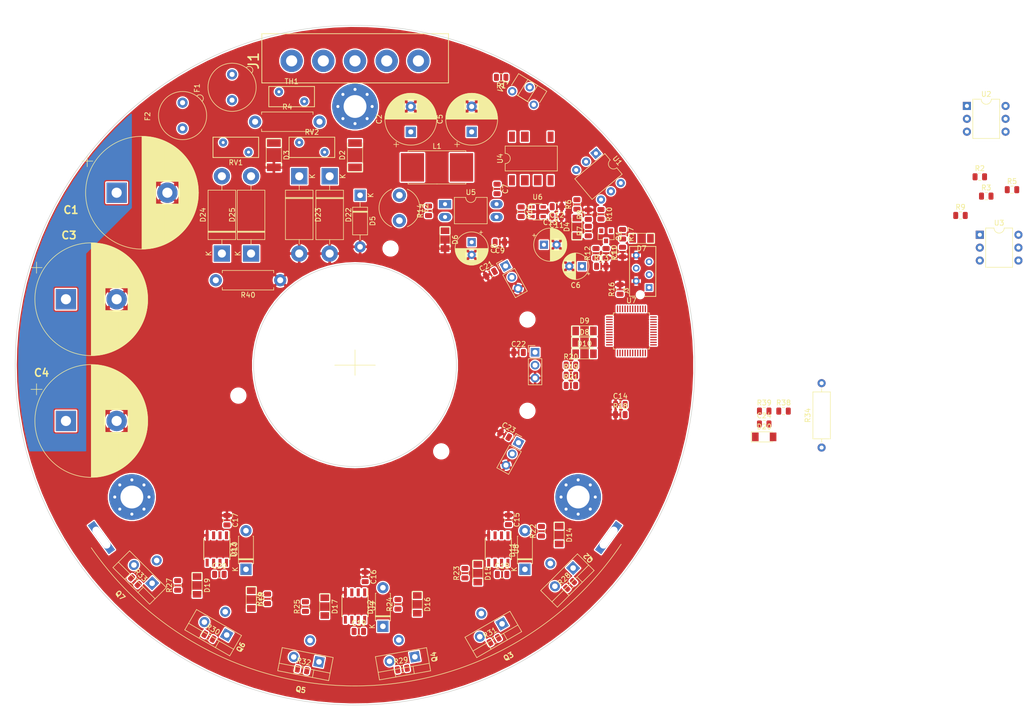
<source format=kicad_pcb>
(kicad_pcb (version 20171130) (host pcbnew "(5.1.4)-1")
  (layers (0 F.Cu signal) (31 B.Cu signal) (34 B.Paste user hide) (35 F.Paste user hide) (36 B.SilkS user hide) (37 F.SilkS user) (38 B.Mask user hide) (39 F.Mask user hide) (44 Edge.Cuts user))
  (net 0 "")
  (net 1 GND)
  (net 2 /VCC)
  (net 3 /OKP)
  (net 4 /OKM)
  (net 5 "Net-(U1-Pad1)")
  (net 6 "Net-(U1-Pad3)")
  (net 7 "Net-(U1-Pad6)")
  (net 8 /PHA)
  (net 9 /PHB)
  (net 10 /PHC)
  (net 11 "Net-(D15-Pad2)")
  (net 12 "Net-(D16-Pad1)")
  (net 13 "Net-(Q4-Pad2)")
  (net 14 "Net-(D14-Pad2)")
  (net 15 "Net-(D14-Pad1)")
  (net 16 "Net-(D18-Pad1)")
  (net 17 /LED)
  (net 18 /OUT_BRK)
  (net 19 /~CHA)
  (net 20 /~CHB)
  (net 21 /~CHC)
  (net 22 /CHA)
  (net 23 /CHB)
  (net 24 /CHC)
  (net 25 /SWDIO)
  (net 26 /SWDCLK)
  (net 27 /TXD)
  (net 28 /RXD)
  (net 29 /SPEED)
  (net 30 "Net-(C5-Pad1)")
  (net 31 /~NRST)
  (net 32 /3VDC)
  (net 33 /TEMP)
  (net 34 /CURR)
  (net 35 /ACN)
  (net 36 "Net-(H1-Pad2)")
  (net 37 "Net-(H2-Pad2)")
  (net 38 "Net-(H3-Pad2)")
  (net 39 "Net-(Q1-Pad1)")
  (net 40 "Net-(Q1-Pad2)")
  (net 41 "Net-(Q1-Pad3)")
  (net 42 "Net-(Q2-Pad2)")
  (net 43 "Net-(Q3-Pad3)")
  (net 44 "Net-(D16-Pad2)")
  (net 45 "Net-(Q6-Pad2)")
  (net 46 "Net-(D17-Pad2)")
  (net 47 "Net-(D18-Pad2)")
  (net 48 "Net-(R1-Pad1)")
  (net 49 "Net-(R2-Pad1)")
  (net 50 /TX)
  (net 51 /RX)
  (net 52 GNDD)
  (net 53 "Net-(R6-Pad2)")
  (net 54 "Net-(R9-Pad2)")
  (net 55 "Net-(R15-Pad2)")
  (net 56 "Net-(R16-Pad1)")
  (net 57 "Net-(D15-Pad1)")
  (net 58 "Net-(D17-Pad1)")
  (net 59 "Net-(U2-Pad6)")
  (net 60 "Net-(U2-Pad3)")
  (net 61 /VEXT)
  (net 62 "Net-(U3-Pad3)")
  (net 63 "Net-(U3-Pad6)")
  (net 64 "Net-(U4-Pad4)")
  (net 65 "Net-(C2-Pad1)")
  (net 66 "Net-(U7-Pad3)")
  (net 67 "Net-(U7-Pad4)")
  (net 68 "Net-(U7-Pad5)")
  (net 69 "Net-(U7-Pad6)")
  (net 70 /SA)
  (net 71 /SB)
  (net 72 /SC)
  (net 73 "Net-(U7-Pad20)")
  (net 74 "Net-(U7-Pad21)")
  (net 75 "Net-(U7-Pad22)")
  (net 76 "Net-(U7-Pad25)")
  (net 77 "Net-(U7-Pad26)")
  (net 78 "Net-(U7-Pad27)")
  (net 79 "Net-(U7-Pad28)")
  (net 80 "Net-(U7-Pad32)")
  (net 81 "Net-(U7-Pad33)")
  (net 82 "Net-(U7-Pad38)")
  (net 83 "Net-(U7-Pad39)")
  (net 84 "Net-(U7-Pad40)")
  (net 85 "Net-(U7-Pad41)")
  (net 86 "Net-(U7-Pad45)")
  (net 87 "Net-(U7-Pad46)")
  (net 88 /VB)
  (net 89 "Net-(C7-Pad1)")
  (net 90 "Net-(C7-Pad2)")
  (net 91 "Net-(C11-Pad2)")
  (net 92 "Net-(C18-Pad2)")
  (net 93 "Net-(C19-Pad2)")
  (net 94 "Net-(C20-Pad2)")
  (net 95 "Net-(D2-Pad2)")
  (net 96 "Net-(D4-Pad1)")
  (net 97 "Net-(D19-Pad1)")
  (net 98 "Net-(D19-Pad2)")
  (net 99 "Net-(F1-Pad1)")
  (net 100 /ACL)
  (net 101 "Net-(D6-Pad1)")
  (net 102 "Net-(J1-Pad3)")
  (net 103 "Net-(D22-Pad1)")
  (net 104 "Net-(D23-Pad1)")
  (module valdiklio_footprints:Jungtis (layer F.Cu) (at 110.025 30.045)
    (fp_text reference J1 (at -20.025 -0.045 90) (layer F.SilkS) (effects (font (size 2 2) (thickness 0.3))))
    (fp_text value Conn_01x05)
    (pad 5 thru_hole circle (at 12.475 -0.045) (size 4.4 4.4) (drill 2.2) (layers *.Cu *.Mask) (net 3 /OKP))
    (pad 4 thru_hole circle (at 6.225 -0.045) (size 4.4 4.4) (drill 2.2) (layers *.Cu *.Mask) (net 4 /OKM))
    (pad 3 thru_hole circle (at -0.025 -0.045) (size 4.4 4.4) (drill 2.2) (layers *.Cu *.Mask) (net 102 "Net-(J1-Pad3)"))
    (pad 2 thru_hole circle (at -6.275 -0.045) (size 4.4 4.4) (drill 2.2) (layers *.Cu *.Mask) (net 35 /ACN))
    (pad 1 thru_hole circle (at -12.525 -0.045) (size 4.4 4.4) (drill 2.2) (layers *.Cu *.Mask) (net 100 /ACL))
  )
  (module valdiklio_footprints:TO-220-3_Vertical (layer F.Cu) (at 139 141 210)
    (fp_text reference Q3 (at 2.12132 -6.22254 30) (layer F.SilkS) (effects (font (thickness 0.2))))
    (fp_text value IRF830 hide)
    (pad 3 thru_hole oval (at 5.08 0 210) (size 1.905 2) (drill 1.1) (layers *.Cu *.Mask) (net 43 "Net-(Q3-Pad3)"))
    (pad 2 thru_hole oval (at 2.54 3.81 210) (size 1.905 2) (drill 1.1) (layers *.Cu *.Mask) (net 8 /PHA))
    (pad 1 thru_hole rect (at 0 0 210) (size 1.905 2) (drill 1.1) (layers *.Cu *.Mask) (net 11 "Net-(D15-Pad2)"))
  )
  (module valdiklio_footprints:TO-220-3_Vertical (layer F.Cu) (at 153 130 225)
    (fp_text reference Q2 (at -3.535534 -0.707107 135 unlocked) (layer F.SilkS) (effects (font (thickness 0.2))))
    (fp_text value IRF830 hide)
    (pad 3 thru_hole oval (at 5.079999 0 225) (size 1.905 2) (drill 1.1) (layers *.Cu *.Mask) (net 8 /PHA))
    (pad 2 thru_hole oval (at 2.54 3.81 225) (size 1.905 2) (drill 1.1) (layers *.Cu *.Mask) (net 42 "Net-(Q2-Pad2)"))
    (pad 1 thru_hole rect (at 0 0 225) (size 1.905 2) (drill 1.1) (layers *.Cu *.Mask) (net 14 "Net-(D14-Pad2)"))
  )
  (module valdiklio_footprints:TO-220-3_Vertical (layer F.Cu) (at 121.8 147.5 190)
    (fp_text reference Q4 (at -3.742269 -0.659863 100 unlocked) (layer F.SilkS) (effects (font (thickness 0.2))))
    (fp_text value IRF830 hide)
    (pad 3 thru_hole oval (at 5.08 0 190) (size 1.905 2) (drill 1.1) (layers *.Cu *.Mask) (net 9 /PHB))
    (pad 2 thru_hole oval (at 2.54 3.81 190) (size 1.905 2) (drill 1.1) (layers *.Cu *.Mask) (net 13 "Net-(Q4-Pad2)"))
    (pad 1 thru_hole rect (at 0 0 190) (size 1.905 2) (drill 1.1) (layers *.Cu *.Mask) (net 44 "Net-(D16-Pad2)"))
  )
  (module valdiklio_footprints:TO-220-3_Vertical (layer F.Cu) (at 102.9 148.5 169)
    (fp_text reference Q5 (at 2.484408 -6.085862 169) (layer F.SilkS) (effects (font (thickness 0.2))))
    (fp_text value IRF830 hide)
    (pad 3 thru_hole oval (at 5.08 0 169) (size 1.905 2) (drill 1.1) (layers *.Cu *.Mask) (net 43 "Net-(Q3-Pad3)"))
    (pad 2 thru_hole oval (at 2.54 3.81 169) (size 1.905 2) (drill 1.1) (layers *.Cu *.Mask) (net 9 /PHB))
    (pad 1 thru_hole rect (at 0 0 169) (size 1.905 2) (drill 1.1) (layers *.Cu *.Mask) (net 46 "Net-(D17-Pad2)"))
  )
  (module valdiklio_footprints:TO-220-3_Vertical (layer F.Cu) (at 84.7 143.2 150)
    (fp_text reference Q6 (at -3.624871 -0.678461 60) (layer F.SilkS) (effects (font (thickness 0.2))))
    (fp_text value IRF830 hide)
    (pad 3 thru_hole oval (at 5.08 0 150) (size 1.905 2) (drill 1.1) (layers *.Cu *.Mask) (net 10 /PHC))
    (pad 2 thru_hole oval (at 2.540001 3.81 150) (size 1.905 2) (drill 1.1) (layers *.Cu *.Mask) (net 45 "Net-(Q6-Pad2)"))
    (pad 1 thru_hole rect (at 0 0 150) (size 1.905 2) (drill 1.1) (layers *.Cu *.Mask) (net 47 "Net-(D18-Pad2)"))
  )
  (module valdiklio_footprints:TO-220-3_Vertical (layer F.Cu) (at 70 133 135)
    (fp_text reference Q7 (at 2.757716 -6.151829 135) (layer F.SilkS) (effects (font (thickness 0.2))))
    (fp_text value IRF830 hide)
    (pad 3 thru_hole oval (at 5.079999 0 135) (size 1.905 2) (drill 1.1) (layers *.Cu *.Mask) (net 43 "Net-(Q3-Pad3)"))
    (pad 2 thru_hole oval (at 2.54 3.81 135) (size 1.905 2) (drill 1.1) (layers *.Cu *.Mask) (net 10 /PHC))
    (pad 1 thru_hole rect (at 0 0 135) (size 1.905 2) (drill 1.1) (layers *.Cu *.Mask) (net 98 "Net-(D19-Pad2)"))
  )
  (module Capacitor_THT:CP_Radial_D22.0mm_P10.00mm_SnapIn (layer F.Cu) (at 53 101)
    (fp_text reference C4 (at -4.8 -9.5) (layer F.SilkS) (effects (font (size 1.5 1.5) (thickness 0.3))))
    (fp_text value 120x400V hide)
    (pad 1 thru_hole rect (at 0 0) (size 4 4) (drill 2) (layers *.Cu *.Mask) (net 88 /VB))
    (pad 2 thru_hole circle (at 10 0) (size 4 4) (drill 2) (layers *.Cu *.Mask) (net 1 GND))
  )
  (module Capacitor_THT:CP_Radial_D22.0mm_P10.00mm_SnapIn (layer F.Cu) (at 53 77)
    (fp_text reference C3 (at 0.6 -12.6) (layer F.SilkS) (effects (font (size 1.5 1.5) (thickness 0.3))))
    (fp_text value 120x400V hide)
    (pad 1 thru_hole rect (at 0 0) (size 4 4) (drill 2) (layers *.Cu *.Mask) (net 88 /VB))
    (pad 2 thru_hole circle (at 10 0) (size 4 4) (drill 2) (layers *.Cu *.Mask) (net 1 GND))
  )
  (module Capacitor_THT:CP_Radial_D22.0mm_P10.00mm_SnapIn (layer F.Cu) (at 63 56)
    (fp_text reference C1 (at -9 3.4) (layer F.SilkS) (effects (font (size 1.5 1.5) (thickness 0.3))))
    (fp_text value 120x400V hide)
    (pad 2 thru_hole circle (at 10 0) (size 4 4) (drill 2) (layers *.Cu *.Mask) (net 1 GND))
    (pad 1 thru_hole rect (at 0 0) (size 4 4) (drill 2) (layers *.Cu *.Mask) (net 88 /VB))
  )
  (module Connector_PinHeader_2.54mm:PinHeader_1x03_P2.54mm_Vertical (layer F.Cu) (at 142.231416 105.278466 331)
    (fp_text reference H3 hide)
    (fp_text value SC hide)
    (pad 3 thru_hole oval (at 0 5.08 331) (size 1.7 1.7) (drill 1) (layers *.Cu *.Mask) (net 1 GND))
    (pad 2 thru_hole oval (at 0 2.54 295) (size 1.7 1.7) (drill 1) (layers *.Cu *.Mask) (net 38 "Net-(H3-Pad2)"))
    (pad 1 thru_hole rect (at 0 0 331) (size 1.7 1.7) (drill 1) (layers *.Cu *.Mask) (net 2 /VCC))
  )
  (module Connector_PinHeader_2.54mm:PinHeader_1x03_P2.54mm_Vertical (layer F.Cu) (at 139.691803 70.445097 29)
    (fp_text reference H1 hide)
    (fp_text value SA hide)
    (pad 1 thru_hole rect (at 0 0 29) (size 1.7 1.7) (drill 1) (layers *.Cu *.Mask) (net 2 /VCC))
    (pad 2 thru_hole oval (at 0 2.54 353) (size 1.7 1.7) (drill 1) (layers *.Cu *.Mask) (net 36 "Net-(H1-Pad2)"))
    (pad 3 thru_hole oval (at 0 5.08 29) (size 1.7 1.7) (drill 1) (layers *.Cu *.Mask) (net 1 GND))
  )
  (module Connector_PinHeader_2.54mm:PinHeader_1x03_P2.54mm_Vertical (layer F.Cu) (at 145.5 87.46)
    (fp_text reference H2 hide)
    (fp_text value SB hide)
    (pad 3 thru_hole oval (at 0 5.08) (size 1.7 1.7) (drill 1) (layers *.Cu *.Mask) (net 1 GND))
    (pad 2 thru_hole oval (at 0 2.54) (size 1.7 1.7) (drill 1) (layers *.Cu *.Mask) (net 37 "Net-(H2-Pad2)"))
    (pad 1 thru_hole rect (at 0 0) (size 1.7 1.7) (drill 1) (layers *.Cu *.Mask) (net 2 /VCC))
  )
  (module MountingHole:MountingHole_2.7mm (layer F.Cu) (at 144 99)
    (fp_text reference REF** hide)
    (fp_text value MountingHole_2.7mm hide)
    (pad 1 np_thru_hole circle (at 0 0) (size 2.7 2.7) (drill 2.7) (layers *.Cu *.Mask))
  )
  (module MountingHole:MountingHole_2.7mm (layer F.Cu) (at 144 81)
    (fp_text reference REF** hide)
    (fp_text value MountingHole_2.7mm hide)
    (pad 1 np_thru_hole circle (at 0 0) (size 2.7 2.7) (drill 2.7) (layers *.Cu *.Mask))
  )
  (module MountingHole:MountingHole_2.2mm_M2 (layer F.Cu) (at 60 124)
    (fp_text reference "" (at 0 -3.2) (layer F.SilkS))
    (fp_text value MountingHole_2.2mm_M2 hide)
    (pad "" np_thru_hole rect (at 0 0 36) (size 1.5 7) (drill oval 1.5 5) (layers *.Cu))
  )
  (module MountingHole:MountingHole_2.2mm_M2 (layer F.Cu) (at 160 124)
    (fp_text reference "" (at 0 -3.2) (layer F.SilkS))
    (fp_text value MountingHole_2.2mm_M2 hide)
    (pad "" np_thru_hole rect (at 0 0 324) (size 1.5 7) (drill oval 1.5 5) (layers *.Cu))
  )
  (module MountingHole:MountingHole_2.7mm (layer F.Cu) (at 127 107)
    (fp_text reference REF** hide)
    (fp_text value MountingHole_2.7mm hide)
    (pad 1 np_thru_hole circle (at 0 0) (size 2.7 2.7) (drill 2.7) (layers *.Cu *.Mask))
  )
  (module MountingHole:MountingHole_2.7mm (layer F.Cu) (at 87 96)
    (fp_text reference REF** hide)
    (fp_text value MountingHole_2.7mm hide)
    (pad 1 np_thru_hole circle (at 0 0) (size 2.7 2.7) (drill 2.7) (layers *.Cu *.Mask))
  )
  (module MountingHole:MountingHole_2.7mm (layer F.Cu) (at 117 67)
    (fp_text reference REF** hide)
    (fp_text value MountingHole_2.7mm hide)
    (pad 1 np_thru_hole circle (at 0 0) (size 2.7 2.7) (drill 2.7) (layers *.Cu *.Mask))
  )
  (module MountingHole:MountingHole_4.5mm_Pad_Via (layer F.Cu) (at 66 116)
    (fp_text reference REF** hide)
    (fp_text value MountingHole_4.5mm_Pad_Via hide)
    (pad 1 thru_hole circle (at 2.386485 -2.386485) (size 0.9 0.9) (drill 0.6) (layers *.Cu *.Mask))
    (pad 1 thru_hole circle (at 0 -3.375) (size 0.9 0.9) (drill 0.6) (layers *.Cu *.Mask))
    (pad 1 thru_hole circle (at -2.386485 -2.386485) (size 0.9 0.9) (drill 0.6) (layers *.Cu *.Mask))
    (pad 1 thru_hole circle (at -3.375 0) (size 0.9 0.9) (drill 0.6) (layers *.Cu *.Mask))
    (pad 1 thru_hole circle (at -2.386485 2.386485) (size 0.9 0.9) (drill 0.6) (layers *.Cu *.Mask))
    (pad 1 thru_hole circle (at 0 3.375) (size 0.9 0.9) (drill 0.6) (layers *.Cu *.Mask))
    (pad 1 thru_hole circle (at 2.386485 2.386485) (size 0.9 0.9) (drill 0.6) (layers *.Cu *.Mask))
    (pad 1 thru_hole circle (at 3.375 0) (size 0.9 0.9) (drill 0.6) (layers *.Cu *.Mask))
    (pad 1 thru_hole circle (at 0 0) (size 9 9) (drill 4.5) (layers *.Cu *.Mask))
  )
  (module MountingHole:MountingHole_4.5mm_Pad_Via (layer F.Cu) (at 154 116)
    (fp_text reference REF** hide)
    (fp_text value MountingHole_4.5mm_Pad_Via hide)
    (pad 1 thru_hole circle (at 0 0) (size 9 9) (drill 4.5) (layers *.Cu *.Mask))
    (pad 1 thru_hole circle (at 3.375 0) (size 0.9 0.9) (drill 0.6) (layers *.Cu *.Mask))
    (pad 1 thru_hole circle (at 2.386485 2.386485) (size 0.9 0.9) (drill 0.6) (layers *.Cu *.Mask))
    (pad 1 thru_hole circle (at 0 3.375) (size 0.9 0.9) (drill 0.6) (layers *.Cu *.Mask))
    (pad 1 thru_hole circle (at -2.386485 2.386485) (size 0.9 0.9) (drill 0.6) (layers *.Cu *.Mask))
    (pad 1 thru_hole circle (at -3.375 0) (size 0.9 0.9) (drill 0.6) (layers *.Cu *.Mask))
    (pad 1 thru_hole circle (at -2.386485 -2.386485) (size 0.9 0.9) (drill 0.6) (layers *.Cu *.Mask))
    (pad 1 thru_hole circle (at 0 -3.375) (size 0.9 0.9) (drill 0.6) (layers *.Cu *.Mask))
    (pad 1 thru_hole circle (at 2.386485 -2.386485) (size 0.9 0.9) (drill 0.6) (layers *.Cu *.Mask))
  )
  (module MountingHole:MountingHole_4.5mm_Pad_Via (layer F.Cu) (at 110 39 135)
    (fp_text reference REF** hide)
    (fp_text value MountingHole_4.5mm_Pad_Via hide)
    (pad 1 thru_hole circle (at 2.386485 -2.386485 135) (size 0.9 0.9) (drill 0.6) (layers *.Cu *.Mask))
    (pad 1 thru_hole circle (at 0 -3.374999 135) (size 0.9 0.9) (drill 0.6) (layers *.Cu *.Mask))
    (pad 1 thru_hole circle (at -2.386485 -2.386485 135) (size 0.9 0.9) (drill 0.6) (layers *.Cu *.Mask))
    (pad 1 thru_hole circle (at -3.374999 0 135) (size 0.9 0.9) (drill 0.6) (layers *.Cu *.Mask))
    (pad 1 thru_hole circle (at -2.386485 2.386485 135) (size 0.9 0.9) (drill 0.6) (layers *.Cu *.Mask))
    (pad 1 thru_hole circle (at 0 3.374999 135) (size 0.9 0.9) (drill 0.6) (layers *.Cu *.Mask))
    (pad 1 thru_hole circle (at 2.386485 2.386485 135) (size 0.9 0.9) (drill 0.6) (layers *.Cu *.Mask))
    (pad 1 thru_hole circle (at 3.374999 0 135) (size 0.9 0.9) (drill 0.6) (layers *.Cu *.Mask))
    (pad 1 thru_hole circle (at 0 0 135) (size 9 9) (drill 4.5) (layers *.Cu *.Mask))
  )
  (module Capacitor_THT:CP_Radial_D5.0mm_P2.50mm (layer F.Cu) (at 154.75 70.5 180)
    (fp_text reference C6 (at 1.25 -3.75) (layer F.SilkS))
    (fp_text value 1.0x50V)
    (pad 1 thru_hole rect (at 0 0 180) (size 1.6 1.6) (drill 0.8) (layers *.Cu *.Mask) (net 29 /SPEED))
    (pad 2 thru_hole circle (at 2.5 0 180) (size 1.6 1.6) (drill 0.8) (layers *.Cu *.Mask) (net 1 GND))
  )
  (module Capacitor_SMD:C_0805_2012Metric (layer F.Cu) (at 138 55.25 270)
    (fp_text reference C7 (at 0 -1.65 90) (layer F.SilkS))
    (fp_text value 100n)
    (pad 1 smd roundrect (at -0.9375 0 270) (size 0.975 1.4) (layers F.Cu F.Paste F.Mask) (net 89 "Net-(C7-Pad1)"))
    (pad 2 smd roundrect (at 0.9375 0 270) (size 0.975 1.4) (layers F.Cu F.Paste F.Mask) (net 90 "Net-(C7-Pad2)"))
  )
  (module Capacitor_SMD:C_0805_2012Metric (layer F.Cu) (at 138.5625 65.75 180)
    (fp_text reference C9 (at 0 -1.65) (layer F.SilkS))
    (fp_text value 100n)
    (pad 2 smd roundrect (at 0.9375 0 180) (size 0.975 1.4) (layers F.Cu F.Paste F.Mask) (net 2 /VCC))
    (pad 1 smd roundrect (at -0.9375 0 180) (size 0.975 1.4) (layers F.Cu F.Paste F.Mask) (net 1 GND))
  )
  (module Capacitor_SMD:C_0805_2012Metric (layer F.Cu) (at 162.75 67.6875 90)
    (fp_text reference C10 (at 0 -1.65 90) (layer F.SilkS))
    (fp_text value 100n)
    (pad 1 smd roundrect (at -0.9375 0 90) (size 0.975 1.4) (layers F.Cu F.Paste F.Mask) (net 1 GND))
    (pad 2 smd roundrect (at 0.9375 0 90) (size 0.975 1.4) (layers F.Cu F.Paste F.Mask) (net 31 /~NRST))
  )
  (module Capacitor_SMD:C_0805_2012Metric (layer F.Cu) (at 149.75 60.75 180)
    (fp_text reference C11 (at 0 -1.65) (layer F.SilkS))
    (fp_text value 100n)
    (pad 2 smd roundrect (at 0.9375 0 180) (size 0.975 1.4) (layers F.Cu F.Paste F.Mask) (net 91 "Net-(C11-Pad2)"))
    (pad 1 smd roundrect (at -0.9375 0 180) (size 0.975 1.4) (layers F.Cu F.Paste F.Mask) (net 1 GND))
  )
  (module Capacitor_SMD:C_0805_2012Metric (layer F.Cu) (at 149.8125 58.75 180)
    (fp_text reference C12 (at 0 -1.65) (layer F.SilkS))
    (fp_text value 100n)
    (pad 1 smd roundrect (at -0.9375 0 180) (size 0.975 1.4) (layers F.Cu F.Paste F.Mask) (net 1 GND))
    (pad 2 smd roundrect (at 0.9375 0 180) (size 0.975 1.4) (layers F.Cu F.Paste F.Mask) (net 32 /3VDC))
  )
  (module Capacitor_SMD:C_0805_2012Metric (layer F.Cu) (at 162.3125 97.75)
    (fp_text reference C14 (at 0 -1.65) (layer F.SilkS))
    (fp_text value 100n)
    (pad 2 smd roundrect (at 0.9375 0) (size 0.975 1.4) (layers F.Cu F.Paste F.Mask) (net 33 /TEMP))
    (pad 1 smd roundrect (at -0.9375 0) (size 0.975 1.4) (layers F.Cu F.Paste F.Mask) (net 1 GND))
  )
  (module Capacitor_SMD:C_0805_2012Metric (layer F.Cu) (at 140.25 120.5 270)
    (fp_text reference C15 (at 0 -1.65 90) (layer F.SilkS))
    (fp_text value 100n)
    (pad 1 smd roundrect (at -0.9375 0 270) (size 0.975 1.4) (layers F.Cu F.Paste F.Mask) (net 1 GND))
    (pad 2 smd roundrect (at 0.9375 0 270) (size 0.975 1.4) (layers F.Cu F.Paste F.Mask) (net 2 /VCC))
  )
  (module Capacitor_SMD:C_0805_2012Metric (layer F.Cu) (at 112 131.75 270)
    (fp_text reference C16 (at 0 -1.65 90) (layer F.SilkS))
    (fp_text value 100n)
    (pad 1 smd roundrect (at -0.9375 0 270) (size 0.975 1.4) (layers F.Cu F.Paste F.Mask) (net 1 GND))
    (pad 2 smd roundrect (at 0.9375 0 270) (size 0.975 1.4) (layers F.Cu F.Paste F.Mask) (net 2 /VCC))
  )
  (module Capacitor_SMD:C_0805_2012Metric (layer F.Cu) (at 84.75 120.5625 270)
    (fp_text reference C17 (at 0 -1.65 90) (layer F.SilkS))
    (fp_text value 100n)
    (pad 2 smd roundrect (at 0.9375 0 270) (size 0.975 1.4) (layers F.Cu F.Paste F.Mask) (net 2 /VCC))
    (pad 1 smd roundrect (at -0.9375 0 270) (size 0.975 1.4) (layers F.Cu F.Paste F.Mask) (net 1 GND))
  )
  (module Capacitor_SMD:C_0805_2012Metric (layer F.Cu) (at 139 131.25)
    (fp_text reference C18 (at 0 -1.65) (layer F.SilkS))
    (fp_text value 1.0uFx50V)
    (pad 1 smd roundrect (at -0.9375 0) (size 0.975 1.4) (layers F.Cu F.Paste F.Mask) (net 8 /PHA))
    (pad 2 smd roundrect (at 0.9375 0) (size 0.975 1.4) (layers F.Cu F.Paste F.Mask) (net 92 "Net-(C18-Pad2)"))
  )
  (module Capacitor_SMD:C_0805_2012Metric (layer F.Cu) (at 110.75 142.5)
    (fp_text reference C19 (at 0 -1.65) (layer F.SilkS))
    (fp_text value 1.0uFx50V)
    (pad 1 smd roundrect (at -0.9375 0) (size 0.975 1.4) (layers F.Cu F.Paste F.Mask) (net 9 /PHB))
    (pad 2 smd roundrect (at 0.9375 0) (size 0.975 1.4) (layers F.Cu F.Paste F.Mask) (net 93 "Net-(C19-Pad2)"))
  )
  (module Capacitor_SMD:C_0805_2012Metric (layer F.Cu) (at 83.25 131.25)
    (fp_text reference C20 (at 0 -1.65) (layer F.SilkS))
    (fp_text value 1.0uFx50V)
    (pad 2 smd roundrect (at 0.9375 0) (size 0.975 1.4) (layers F.Cu F.Paste F.Mask) (net 94 "Net-(C20-Pad2)"))
    (pad 1 smd roundrect (at -0.9375 0) (size 0.975 1.4) (layers F.Cu F.Paste F.Mask) (net 10 /PHC))
  )
  (module Capacitor_SMD:C_0805_2012Metric (layer F.Cu) (at 136.680044 71.954509 29)
    (fp_text reference C21 (at 0 -1.65 29) (layer F.SilkS))
    (fp_text value 0.1)
    (pad 1 smd roundrect (at -0.9375 0 29) (size 0.975 1.4) (layers F.Cu F.Paste F.Mask) (net 1 GND))
    (pad 2 smd roundrect (at 0.9375 0 29) (size 0.975 1.4) (layers F.Cu F.Paste F.Mask) (net 2 /VCC))
  )
  (module Capacitor_SMD:C_0805_2012Metric (layer F.Cu) (at 142.25 87.5)
    (fp_text reference C22 (at 0 -1.65) (layer F.SilkS))
    (fp_text value 0.1)
    (pad 2 smd roundrect (at 0.9375 0) (size 0.975 1.4) (layers F.Cu F.Paste F.Mask) (net 2 /VCC))
    (pad 1 smd roundrect (at -0.9375 0) (size 0.975 1.4) (layers F.Cu F.Paste F.Mask) (net 1 GND))
  )
  (module Capacitor_SMD:C_0805_2012Metric (layer F.Cu) (at 139.5 103.75 331)
    (fp_text reference C23 (at 0 -1.65 151) (layer F.SilkS))
    (fp_text value 0.1)
    (pad 2 smd roundrect (at 0.9375 0 331) (size 0.975 1.4) (layers F.Cu F.Paste F.Mask) (net 2 /VCC))
    (pad 1 smd roundrect (at -0.9375 0 331) (size 0.975 1.4) (layers F.Cu F.Paste F.Mask) (net 1 GND))
  )
  (module Capacitor_SMD:C_0805_2012Metric (layer F.Cu) (at 190.68 101.6)
    (fp_text reference C24 (at 0 -1.65) (layer F.SilkS))
    (fp_text value 1n0)
    (pad 2 smd roundrect (at 0.9375 0) (size 0.975 1.4) (layers F.Cu F.Paste F.Mask) (net 34 /CURR))
    (pad 1 smd roundrect (at -0.9375 0) (size 0.975 1.4) (layers F.Cu F.Paste F.Mask) (net 1 GND))
  )
  (module Diode_SMD:D_MELF (layer F.Cu) (at 110 48.6 90)
    (fp_text reference D2 (at 0 -2.5 90) (layer F.SilkS))
    (fp_text value LL4005)
    (pad 1 smd rect (at -2.4 0 90) (size 1.5 2.7) (layers F.Cu F.Paste F.Mask) (net 65 "Net-(C2-Pad1)"))
    (pad 2 smd rect (at 2.4 0 90) (size 1.5 2.7) (layers F.Cu F.Paste F.Mask) (net 95 "Net-(D2-Pad2)"))
  )
  (module Diode_SMD:D_MELF (layer F.Cu) (at 94 48.6 270)
    (fp_text reference D3 (at 0 -2.5 90) (layer F.SilkS))
    (fp_text value LL4005)
    (pad 2 smd rect (at 2.4 0 270) (size 1.5 2.7) (layers F.Cu F.Paste F.Mask) (net 1 GND))
    (pad 1 smd rect (at -2.4 0 270) (size 1.5 2.7) (layers F.Cu F.Paste F.Mask) (net 35 /ACN))
  )
  (module Diode_SMD:D_MiniMELF (layer F.Cu) (at 155.25 85.5)
    (fp_text reference D8 (at 0 -2) (layer F.SilkS))
    (fp_text value LL4148)
    (pad 1 smd rect (at -1.75 0) (size 1.3 1.7) (layers F.Cu F.Paste F.Mask) (net 32 /3VDC))
    (pad 2 smd rect (at 1.75 0) (size 1.3 1.7) (layers F.Cu F.Paste F.Mask) (net 71 /SB))
  )
  (module Diode_SMD:D_MiniMELF (layer F.Cu) (at 155.25 83.25)
    (fp_text reference D9 (at 0 -2) (layer F.SilkS))
    (fp_text value LL4148)
    (pad 2 smd rect (at 1.75 0) (size 1.3 1.7) (layers F.Cu F.Paste F.Mask) (net 70 /SA))
    (pad 1 smd rect (at -1.75 0) (size 1.3 1.7) (layers F.Cu F.Paste F.Mask) (net 32 /3VDC))
  )
  (module Diode_SMD:D_MiniMELF (layer F.Cu) (at 155.25 87.75)
    (fp_text reference D10 (at 0 -2) (layer F.SilkS))
    (fp_text value LL4148)
    (pad 1 smd rect (at -1.75 0) (size 1.3 1.7) (layers F.Cu F.Paste F.Mask) (net 32 /3VDC))
    (pad 2 smd rect (at 1.75 0) (size 1.3 1.7) (layers F.Cu F.Paste F.Mask) (net 72 /SC))
  )
  (module Diode_SMD:D_MiniMELF (layer F.Cu) (at 150.25 123.5 270)
    (fp_text reference D14 (at 0 -2 90) (layer F.SilkS))
    (fp_text value LL4148)
    (pad 2 smd rect (at 1.75 0 270) (size 1.3 1.7) (layers F.Cu F.Paste F.Mask) (net 14 "Net-(D14-Pad2)"))
    (pad 1 smd rect (at -1.75 0 270) (size 1.3 1.7) (layers F.Cu F.Paste F.Mask) (net 15 "Net-(D14-Pad1)"))
  )
  (module Diode_SMD:D_MiniMELF (layer F.Cu) (at 134.21 131.02 270)
    (fp_text reference D15 (at 0 -2 90) (layer F.SilkS))
    (fp_text value LL4148)
    (pad 1 smd rect (at -1.75 0 270) (size 1.3 1.7) (layers F.Cu F.Paste F.Mask) (net 57 "Net-(D15-Pad1)"))
    (pad 2 smd rect (at 1.75 0 270) (size 1.3 1.7) (layers F.Cu F.Paste F.Mask) (net 11 "Net-(D15-Pad2)"))
  )
  (module Diode_SMD:D_MiniMELF (layer F.Cu) (at 122.28 137.16 270)
    (fp_text reference D16 (at 0 -2 90) (layer F.SilkS))
    (fp_text value LL4148)
    (pad 2 smd rect (at 1.75 0 270) (size 1.3 1.7) (layers F.Cu F.Paste F.Mask) (net 44 "Net-(D16-Pad2)"))
    (pad 1 smd rect (at -1.75 0 270) (size 1.3 1.7) (layers F.Cu F.Paste F.Mask) (net 12 "Net-(D16-Pad1)"))
  )
  (module Diode_SMD:D_MiniMELF (layer F.Cu) (at 104.03 137.61 270)
    (fp_text reference D17 (at 0 -2 90) (layer F.SilkS))
    (fp_text value LL4148)
    (pad 1 smd rect (at -1.75 0 270) (size 1.3 1.7) (layers F.Cu F.Paste F.Mask) (net 58 "Net-(D17-Pad1)"))
    (pad 2 smd rect (at 1.75 0 270) (size 1.3 1.7) (layers F.Cu F.Paste F.Mask) (net 46 "Net-(D17-Pad2)"))
  )
  (module Diode_SMD:D_MiniMELF (layer F.Cu) (at 89.55 136.21 270)
    (fp_text reference D18 (at 0 -2 90) (layer F.SilkS))
    (fp_text value LL4148)
    (pad 2 smd rect (at 1.75 0 270) (size 1.3 1.7) (layers F.Cu F.Paste F.Mask) (net 47 "Net-(D18-Pad2)"))
    (pad 1 smd rect (at -1.75 0 270) (size 1.3 1.7) (layers F.Cu F.Paste F.Mask) (net 16 "Net-(D18-Pad1)"))
  )
  (module Diode_SMD:D_MiniMELF (layer F.Cu) (at 78.85 133.43 270)
    (fp_text reference D19 (at 0 -2 90) (layer F.SilkS))
    (fp_text value LL4148)
    (pad 1 smd rect (at -1.75 0 270) (size 1.3 1.7) (layers F.Cu F.Paste F.Mask) (net 97 "Net-(D19-Pad1)"))
    (pad 2 smd rect (at 1.75 0 270) (size 1.3 1.7) (layers F.Cu F.Paste F.Mask) (net 98 "Net-(D19-Pad2)"))
  )
  (module Diode_SMD:D_MiniMELF (layer F.Cu) (at 190.68 104.14)
    (fp_text reference D20 (at 0 -2) (layer F.SilkS))
    (fp_text value LL4148)
    (pad 2 smd rect (at 1.75 0) (size 1.3 1.7) (layers F.Cu F.Paste F.Mask) (net 34 /CURR))
    (pad 1 smd rect (at -1.75 0) (size 1.3 1.7) (layers F.Cu F.Paste F.Mask) (net 32 /3VDC))
  )
  (module Fuse:Fuseholder_TR5_Littelfuse_No560_No460 (layer F.Cu) (at 85.75 37.75 90)
    (fp_text reference F1 (at 2.39 -6.89 90) (layer F.SilkS))
    (fp_text value 3A)
    (pad 1 thru_hole circle (at 0 0 90) (size 2 2) (drill 1) (layers *.Cu *.Mask) (net 99 "Net-(F1-Pad1)"))
    (pad 2 thru_hole circle (at 5.08 0.01 90) (size 2 2) (drill 1) (layers *.Cu *.Mask) (net 100 /ACL))
  )
  (module Fuse:Fuseholder_TR5_Littelfuse_No560_No460 (layer F.Cu) (at 75.99 43.33 90)
    (fp_text reference F2 (at 2.39 -6.89 90) (layer F.SilkS))
    (fp_text value 5A)
    (pad 2 thru_hole circle (at 5.08 0.01 90) (size 2 2) (drill 1) (layers *.Cu *.Mask) (net 100 /ACL))
    (pad 1 thru_hole circle (at 0 0 90) (size 2 2) (drill 1) (layers *.Cu *.Mask) (net 103 "Net-(D22-Pad1)"))
  )
  (module Inductor_THT:L_Radial_D7.8mm_P5.00mm_Fastron_07HCP (layer F.Cu) (at 118.75 56.5 270)
    (fp_text reference L2 (at 2.5 -5.15 90) (layer F.SilkS))
    (fp_text value 1mH/280mA)
    (pad 1 thru_hole circle (at 0 0 270) (size 2.6 2.6) (drill 1.3) (layers *.Cu *.Mask) (net 89 "Net-(C7-Pad1)"))
    (pad 2 thru_hole circle (at 5 0 270) (size 2.6 2.6) (drill 1.3) (layers *.Cu *.Mask) (net 2 /VCC))
  )
  (module Package_TO_SOT_SMD:SOT-23 (layer F.Cu) (at 159.5 64.5 270)
    (fp_text reference Q1 (at 0 -2.5 90) (layer F.SilkS))
    (fp_text value BC807)
    (pad 1 smd rect (at -1 -0.95 270) (size 0.9 0.8) (layers F.Cu F.Paste F.Mask) (net 39 "Net-(Q1-Pad1)"))
    (pad 2 smd rect (at -1 0.95 270) (size 0.9 0.8) (layers F.Cu F.Paste F.Mask) (net 40 "Net-(Q1-Pad2)"))
    (pad 3 smd rect (at 1 0 270) (size 0.9 0.8) (layers F.Cu F.Paste F.Mask) (net 41 "Net-(Q1-Pad3)"))
  )
  (module Resistor_SMD:R_0805_2012Metric (layer F.Cu) (at 138.8125 33.25 180)
    (fp_text reference R1 (at 0 -1.65) (layer F.SilkS))
    (fp_text value 1k)
    (pad 2 smd roundrect (at 0.9375 0 180) (size 0.975 1.4) (layers F.Cu F.Paste F.Mask) (net 3 /OKP))
    (pad 1 smd roundrect (at -0.9375 0 180) (size 0.975 1.4) (layers F.Cu F.Paste F.Mask) (net 48 "Net-(R1-Pad1)"))
  )
  (module Resistor_SMD:R_0805_2012Metric (layer F.Cu) (at 233.19 52.86)
    (fp_text reference R2 (at 0 -1.65) (layer F.SilkS))
    (fp_text value 1k0)
    (pad 1 smd roundrect (at -0.9375 0) (size 0.975 1.4) (layers F.Cu F.Paste F.Mask) (net 49 "Net-(R2-Pad1)"))
    (pad 2 smd roundrect (at 0.9375 0) (size 0.975 1.4) (layers F.Cu F.Paste F.Mask) (net 50 /TX))
  )
  (module Resistor_SMD:R_0805_2012Metric (layer F.Cu) (at 234.46 56.67)
    (fp_text reference R3 (at 0 -1.65) (layer F.SilkS))
    (fp_text value 10k)
    (pad 1 smd roundrect (at -0.9375 0) (size 0.975 1.4) (layers F.Cu F.Paste F.Mask) (net 51 /RX))
    (pad 2 smd roundrect (at 0.9375 0) (size 0.975 1.4) (layers F.Cu F.Paste F.Mask) (net 52 GNDD))
  )
  (module Resistor_SMD:R_0805_2012Metric (layer F.Cu) (at 239.54 55.4)
    (fp_text reference R5 (at 0 -1.65) (layer F.SilkS))
    (fp_text value 10k)
    (pad 2 smd roundrect (at 0.9375 0) (size 0.975 1.4) (layers F.Cu F.Paste F.Mask) (net 1 GND))
    (pad 1 smd roundrect (at -0.9375 0) (size 0.975 1.4) (layers F.Cu F.Paste F.Mask) (net 28 /RXD))
  )
  (module Resistor_SMD:R_0805_2012Metric (layer F.Cu) (at 153.75 58.3125 90)
    (fp_text reference R6 (at 0 -1.65 90) (layer F.SilkS))
    (fp_text value 490)
    (pad 1 smd roundrect (at -0.9375 0 90) (size 0.975 1.4) (layers F.Cu F.Paste F.Mask) (net 2 /VCC))
    (pad 2 smd roundrect (at 0.9375 0 90) (size 0.975 1.4) (layers F.Cu F.Paste F.Mask) (net 53 "Net-(R6-Pad2)"))
  )
  (module Resistor_SMD:R_0805_2012Metric (layer F.Cu) (at 156 63.5625 90)
    (fp_text reference R7 (at 0 -1.65 90) (layer F.SilkS))
    (fp_text value 20k)
    (pad 1 smd roundrect (at -0.9375 0 90) (size 0.975 1.4) (layers F.Cu F.Paste F.Mask) (net 96 "Net-(D4-Pad1)"))
    (pad 2 smd roundrect (at 0.9375 0 90) (size 0.975 1.4) (layers F.Cu F.Paste F.Mask) (net 39 "Net-(Q1-Pad1)"))
  )
  (module Resistor_SMD:R_0805_2012Metric (layer F.Cu) (at 156 60.3125 90)
    (fp_text reference R8 (at 0 -1.65 90) (layer F.SilkS))
    (fp_text value 10k)
    (pad 2 smd roundrect (at 0.9375 0 90) (size 0.975 1.4) (layers F.Cu F.Paste F.Mask) (net 1 GND))
    (pad 1 smd roundrect (at -0.9375 0 90) (size 0.975 1.4) (layers F.Cu F.Paste F.Mask) (net 39 "Net-(Q1-Pad1)"))
  )
  (module Resistor_SMD:R_0805_2012Metric (layer F.Cu) (at 229.38 60.48)
    (fp_text reference R9 (at 0 -1.65) (layer F.SilkS))
    (fp_text value 1k0)
    (pad 2 smd roundrect (at 0.9375 0) (size 0.975 1.4) (layers F.Cu F.Paste F.Mask) (net 54 "Net-(R9-Pad2)"))
    (pad 1 smd roundrect (at -0.9375 0) (size 0.975 1.4) (layers F.Cu F.Paste F.Mask) (net 27 /TXD))
  )
  (module Resistor_SMD:R_0805_2012Metric (layer F.Cu) (at 158.5 60.25 270)
    (fp_text reference R10 (at 0 -1.65 90) (layer F.SilkS))
    (fp_text value 1M)
    (pad 2 smd roundrect (at 0.9375 0 270) (size 0.975 1.4) (layers F.Cu F.Paste F.Mask) (net 39 "Net-(Q1-Pad1)"))
    (pad 1 smd roundrect (at -0.9375 0 270) (size 0.975 1.4) (layers F.Cu F.Paste F.Mask) (net 40 "Net-(Q1-Pad2)"))
  )
  (module Resistor_SMD:R_0805_2012Metric (layer F.Cu) (at 159.5 67.9375 270)
    (fp_text reference R11 (at 0 -1.65 90) (layer F.SilkS))
    (fp_text value 2.2k)
    (pad 2 smd roundrect (at 0.9375 0 270) (size 0.975 1.4) (layers F.Cu F.Paste F.Mask) (net 1 GND))
    (pad 1 smd roundrect (at -0.9375 0 270) (size 0.975 1.4) (layers F.Cu F.Paste F.Mask) (net 41 "Net-(Q1-Pad3)"))
  )
  (module Resistor_SMD:R_0805_2012Metric (layer F.Cu) (at 157.5 67.9375 90)
    (fp_text reference R12 (at 0 -1.65 90) (layer F.SilkS))
    (fp_text value 33k)
    (pad 1 smd roundrect (at -0.9375 0 90) (size 0.975 1.4) (layers F.Cu F.Paste F.Mask) (net 29 /SPEED))
    (pad 2 smd roundrect (at 0.9375 0 90) (size 0.975 1.4) (layers F.Cu F.Paste F.Mask) (net 41 "Net-(Q1-Pad3)"))
  )
  (module Resistor_SMD:R_0805_2012Metric (layer F.Cu) (at 158.5625 70.5)
    (fp_text reference R13 (at 0 -1.65) (layer F.SilkS))
    (fp_text value 22k)
    (pad 1 smd roundrect (at -0.9375 0) (size 0.975 1.4) (layers F.Cu F.Paste F.Mask) (net 29 /SPEED))
    (pad 2 smd roundrect (at 0.9375 0) (size 0.975 1.4) (layers F.Cu F.Paste F.Mask) (net 1 GND))
  )
  (module Resistor_SMD:R_0805_2012Metric (layer F.Cu) (at 124.5 59.5625 90)
    (fp_text reference R14 (at 0 -1.65 90) (layer F.SilkS))
    (fp_text value 4k7)
    (pad 2 smd roundrect (at 0.9375 0 90) (size 0.975 1.4) (layers F.Cu F.Paste F.Mask) (net 2 /VCC))
    (pad 1 smd roundrect (at -0.9375 0 90) (size 0.975 1.4) (layers F.Cu F.Paste F.Mask) (net 101 "Net-(D6-Pad1)"))
  )
  (module Resistor_SMD:R_0805_2012Metric (layer F.Cu) (at 142.75 59.75 270)
    (fp_text reference R15 (at 0 -1.65 90) (layer F.SilkS))
    (fp_text value 10k)
    (pad 1 smd roundrect (at -0.9375 0 270) (size 0.975 1.4) (layers F.Cu F.Paste F.Mask) (net 2 /VCC))
    (pad 2 smd roundrect (at 0.9375 0 270) (size 0.975 1.4) (layers F.Cu F.Paste F.Mask) (net 55 "Net-(R15-Pad2)"))
  )
  (module Resistor_SMD:R_0805_2012Metric (layer F.Cu) (at 162.25 75.0625 90)
    (fp_text reference R16 (at 0 -1.65 90) (layer F.SilkS))
    (fp_text value 100k)
    (pad 1 smd roundrect (at -0.9375 0 90) (size 0.975 1.4) (layers F.Cu F.Paste F.Mask) (net 56 "Net-(R16-Pad1)"))
    (pad 2 smd roundrect (at 0.9375 0 90) (size 0.975 1.4) (layers F.Cu F.Paste F.Mask) (net 1 GND))
  )
  (module Resistor_SMD:R_0805_2012Metric (layer F.Cu) (at 162.75 64.1875 270)
    (fp_text reference R17 (at 0 -1.65 90) (layer F.SilkS))
    (fp_text value 10k)
    (pad 1 smd roundrect (at -0.9375 0 270) (size 0.975 1.4) (layers F.Cu F.Paste F.Mask) (net 32 /3VDC))
    (pad 2 smd roundrect (at 0.9375 0 270) (size 0.975 1.4) (layers F.Cu F.Paste F.Mask) (net 31 /~NRST))
  )
  (module Resistor_SMD:R_0805_2012Metric (layer F.Cu) (at 162.3125 99.75)
    (fp_text reference R18 (at 0 -1.65) (layer F.SilkS))
    (fp_text value 1K0)
    (pad 2 smd roundrect (at 0.9375 0) (size 0.975 1.4) (layers F.Cu F.Paste F.Mask) (net 33 /TEMP))
    (pad 1 smd roundrect (at -0.9375 0) (size 0.975 1.4) (layers F.Cu F.Paste F.Mask) (net 1 GND))
  )
  (module Resistor_SMD:R_0805_2012Metric (layer F.Cu) (at 152.5625 92)
    (fp_text reference R19 (at 0 -1.65) (layer F.SilkS))
    (fp_text value 1k0)
    (pad 2 smd roundrect (at 0.9375 0) (size 0.975 1.4) (layers F.Cu F.Paste F.Mask) (net 71 /SB))
    (pad 1 smd roundrect (at -0.9375 0) (size 0.975 1.4) (layers F.Cu F.Paste F.Mask) (net 37 "Net-(H2-Pad2)"))
  )
  (module Resistor_SMD:R_0805_2012Metric (layer F.Cu) (at 152.5625 90)
    (fp_text reference R20 (at 0 -1.65) (layer F.SilkS))
    (fp_text value 1k0)
    (pad 1 smd roundrect (at -0.9375 0) (size 0.975 1.4) (layers F.Cu F.Paste F.Mask) (net 36 "Net-(H1-Pad2)"))
    (pad 2 smd roundrect (at 0.9375 0) (size 0.975 1.4) (layers F.Cu F.Paste F.Mask) (net 70 /SA))
  )
  (module Resistor_SMD:R_0805_2012Metric (layer F.Cu) (at 152.5625 94)
    (fp_text reference R21 (at 0 -1.65) (layer F.SilkS))
    (fp_text value 1k0)
    (pad 2 smd roundrect (at 0.9375 0) (size 0.975 1.4) (layers F.Cu F.Paste F.Mask) (net 72 /SC))
    (pad 1 smd roundrect (at -0.9375 0) (size 0.975 1.4) (layers F.Cu F.Paste F.Mask) (net 38 "Net-(H3-Pad2)"))
  )
  (module Resistor_SMD:R_0805_2012Metric (layer F.Cu) (at 146.75 122.75 90)
    (fp_text reference R22 (at 0 -1.65 90) (layer F.SilkS))
    (fp_text value 47R)
    (pad 1 smd roundrect (at -0.9375 0 90) (size 0.975 1.4) (layers F.Cu F.Paste F.Mask) (net 14 "Net-(D14-Pad2)"))
    (pad 2 smd roundrect (at 0.9375 0 90) (size 0.975 1.4) (layers F.Cu F.Paste F.Mask) (net 15 "Net-(D14-Pad1)"))
  )
  (module Resistor_SMD:R_0805_2012Metric (layer F.Cu) (at 131.67 131.02 90)
    (fp_text reference R23 (at 0 -1.65 90) (layer F.SilkS))
    (fp_text value 47R)
    (pad 2 smd roundrect (at 0.9375 0 90) (size 0.975 1.4) (layers F.Cu F.Paste F.Mask) (net 57 "Net-(D15-Pad1)"))
    (pad 1 smd roundrect (at -0.9375 0 90) (size 0.975 1.4) (layers F.Cu F.Paste F.Mask) (net 11 "Net-(D15-Pad2)"))
  )
  (module Resistor_SMD:R_0805_2012Metric (layer F.Cu) (at 118.47 137.16 90)
    (fp_text reference R24 (at 0 -1.65 90) (layer F.SilkS))
    (fp_text value 47R)
    (pad 1 smd roundrect (at -0.9375 0 90) (size 0.975 1.4) (layers F.Cu F.Paste F.Mask) (net 44 "Net-(D16-Pad2)"))
    (pad 2 smd roundrect (at 0.9375 0 90) (size 0.975 1.4) (layers F.Cu F.Paste F.Mask) (net 12 "Net-(D16-Pad1)"))
  )
  (module Resistor_SMD:R_0805_2012Metric (layer F.Cu) (at 100.22 137.61 90)
    (fp_text reference R25 (at 0 -1.65 90) (layer F.SilkS))
    (fp_text value 47R)
    (pad 2 smd roundrect (at 0.9375 0 90) (size 0.975 1.4) (layers F.Cu F.Paste F.Mask) (net 58 "Net-(D17-Pad1)"))
    (pad 1 smd roundrect (at -0.9375 0 90) (size 0.975 1.4) (layers F.Cu F.Paste F.Mask) (net 46 "Net-(D17-Pad2)"))
  )
  (module Resistor_SMD:R_0805_2012Metric (layer F.Cu) (at 92.75 136.0625 90)
    (fp_text reference R26 (at 0 -1.65 90) (layer F.SilkS))
    (fp_text value 47R)
    (pad 2 smd roundrect (at 0.9375 0 90) (size 0.975 1.4) (layers F.Cu F.Paste F.Mask) (net 16 "Net-(D18-Pad1)"))
    (pad 1 smd roundrect (at -0.9375 0 90) (size 0.975 1.4) (layers F.Cu F.Paste F.Mask) (net 47 "Net-(D18-Pad2)"))
  )
  (module Resistor_SMD:R_0805_2012Metric (layer F.Cu) (at 75.04 133.43 90)
    (fp_text reference R27 (at 0 -1.65 90) (layer F.SilkS))
    (fp_text value 47R)
    (pad 1 smd roundrect (at -0.9375 0 90) (size 0.975 1.4) (layers F.Cu F.Paste F.Mask) (net 98 "Net-(D19-Pad2)"))
    (pad 2 smd roundrect (at 0.9375 0 90) (size 0.975 1.4) (layers F.Cu F.Paste F.Mask) (net 97 "Net-(D19-Pad1)"))
  )
  (module Resistor_SMD:R_0805_2012Metric (layer F.Cu) (at 152.412913 133.337087 45)
    (fp_text reference R28 (at 0 -1.65 45) (layer F.SilkS))
    (fp_text value 1K0)
    (pad 2 smd roundrect (at 0.9375 0 45) (size 0.975 1.4) (layers F.Cu F.Paste F.Mask) (net 14 "Net-(D14-Pad2)"))
    (pad 1 smd roundrect (at -0.9375 0 45) (size 0.975 1.4) (layers F.Cu F.Paste F.Mask) (net 8 /PHA))
  )
  (module Resistor_SMD:R_0805_2012Metric (layer F.Cu) (at 119.326743 149.912795 10)
    (fp_text reference R29 (at 0 -1.65 10) (layer F.SilkS))
    (fp_text value 1K0)
    (pad 1 smd roundrect (at -0.9375 0 10) (size 0.975 1.4) (layers F.Cu F.Paste F.Mask) (net 9 /PHB))
    (pad 2 smd roundrect (at 0.9375 0 10) (size 0.975 1.4) (layers F.Cu F.Paste F.Mask) (net 44 "Net-(D16-Pad2)"))
  )
  (module Resistor_SMD:R_0805_2012Metric (layer F.Cu) (at 81.188101 143.53125 330)
    (fp_text reference R30 (at 0 -1.65 150) (layer F.SilkS))
    (fp_text value 1K0)
    (pad 2 smd roundrect (at 0.9375 0 330) (size 0.975 1.4) (layers F.Cu F.Paste F.Mask) (net 47 "Net-(D18-Pad2)"))
    (pad 1 smd roundrect (at -0.9375 0 330) (size 0.975 1.4) (layers F.Cu F.Paste F.Mask) (net 10 /PHC))
  )
  (module Resistor_SMD:R_0805_2012Metric (layer F.Cu) (at 137.438101 144.21875 30)
    (fp_text reference R31 (at 0 -1.65 30) (layer F.SilkS))
    (fp_text value 1K0)
    (pad 2 smd roundrect (at 0.9375 0 30) (size 0.975 1.4) (layers F.Cu F.Paste F.Mask) (net 11 "Net-(D15-Pad2)"))
    (pad 1 smd roundrect (at -0.9375 0 30) (size 0.975 1.4) (layers F.Cu F.Paste F.Mask) (net 43 "Net-(Q3-Pad3)"))
  )
  (module Resistor_SMD:R_0805_2012Metric (layer F.Cu) (at 99.579725 150.071117 349)
    (fp_text reference R32 (at 0 -1.65 169) (layer F.SilkS))
    (fp_text value 1K0)
    (pad 1 smd roundrect (at -0.9375 0 349) (size 0.975 1.4) (layers F.Cu F.Paste F.Mask) (net 43 "Net-(Q3-Pad3)"))
    (pad 2 smd roundrect (at 0.9375 0 349) (size 0.975 1.4) (layers F.Cu F.Paste F.Mask) (net 46 "Net-(D17-Pad2)"))
  )
  (module Resistor_SMD:R_0805_2012Metric (layer F.Cu) (at 66.587087 132.587087 315)
    (fp_text reference R33 (at 0 -1.65 135) (layer F.SilkS))
    (fp_text value 1K0)
    (pad 1 smd roundrect (at -0.9375 0 315) (size 0.975 1.4) (layers F.Cu F.Paste F.Mask) (net 43 "Net-(Q3-Pad3)"))
    (pad 2 smd roundrect (at 0.9375 0 315) (size 0.975 1.4) (layers F.Cu F.Paste F.Mask) (net 98 "Net-(D19-Pad2)"))
  )
  (module Resistor_SMD:R_0805_2012Metric (layer F.Cu) (at 194.49 99.06)
    (fp_text reference R38 (at 0 -1.65) (layer F.SilkS))
    (fp_text value 1K0)
    (pad 1 smd roundrect (at -0.9375 0) (size 0.975 1.4) (layers F.Cu F.Paste F.Mask) (net 34 /CURR))
    (pad 2 smd roundrect (at 0.9375 0) (size 0.975 1.4) (layers F.Cu F.Paste F.Mask) (net 43 "Net-(Q3-Pad3)"))
  )
  (module Resistor_SMD:R_0805_2012Metric (layer F.Cu) (at 190.68 99.06)
    (fp_text reference R39 (at 0 -1.65) (layer F.SilkS))
    (fp_text value 1K0)
    (pad 2 smd roundrect (at 0.9375 0) (size 0.975 1.4) (layers F.Cu F.Paste F.Mask) (net 34 /CURR))
    (pad 1 smd roundrect (at -0.9375 0) (size 0.975 1.4) (layers F.Cu F.Paste F.Mask) (net 1 GND))
  )
  (module Varistor:RV_Disc_D9mm_W4mm_P5mm (layer F.Cu) (at 84 46.1)
    (fp_text reference RV1 (at 2.5 3.95) (layer F.SilkS))
    (fp_text value Varistor)
    (pad 2 thru_hole circle (at 5 1.9) (size 1.6 1.6) (drill 0.6) (layers *.Cu *.Mask) (net 35 /ACN))
    (pad 1 thru_hole circle (at 0 0) (size 1.6 1.6) (drill 0.6) (layers *.Cu *.Mask) (net 99 "Net-(F1-Pad1)"))
  )
  (module Varistor:RV_Disc_D9mm_W4mm_P5mm (layer F.Cu) (at 100 38 180)
    (fp_text reference TH1 (at 2.5 3.95) (layer F.SilkS))
    (fp_text value 33R)
    (pad 1 thru_hole circle (at 0 0 180) (size 1.6 1.6) (drill 0.6) (layers *.Cu *.Mask) (net 104 "Net-(D23-Pad1)"))
    (pad 2 thru_hole circle (at 5 1.9 180) (size 1.6 1.6) (drill 0.6) (layers *.Cu *.Mask) (net 35 /ACN))
  )
  (module Package_DIP:DIP-6_W7.62mm (layer F.Cu) (at 157.5 48.25 310)
    (fp_text reference U1 (at 3.81 -2.33 130) (layer F.SilkS))
    (fp_text value CNY17-1)
    (pad 1 thru_hole rect (at 0 0 310) (size 1.6 1.6) (drill 0.8) (layers *.Cu *.Mask) (net 5 "Net-(U1-Pad1)"))
    (pad 4 thru_hole oval (at 7.62 5.08 310) (size 1.6 1.6) (drill 0.8) (layers *.Cu *.Mask) (net 40 "Net-(Q1-Pad2)"))
    (pad 2 thru_hole oval (at 0 2.54 310) (size 1.6 1.6) (drill 0.8) (layers *.Cu *.Mask) (net 4 /OKM))
    (pad 5 thru_hole oval (at 7.62 2.54 310) (size 1.6 1.6) (drill 0.8) (layers *.Cu *.Mask) (net 53 "Net-(R6-Pad2)"))
    (pad 3 thru_hole oval (at 0 5.08 310) (size 1.6 1.6) (drill 0.8) (layers *.Cu *.Mask) (net 6 "Net-(U1-Pad3)"))
    (pad 6 thru_hole oval (at 7.62 0 310) (size 1.6 1.6) (drill 0.8) (layers *.Cu *.Mask) (net 7 "Net-(U1-Pad6)"))
  )
  (module Package_DIP:DIP-6_W7.62mm (layer F.Cu) (at 230.65 38.89)
    (fp_text reference U2 (at 3.81 -2.33) (layer F.SilkS))
    (fp_text value CNY17-1)
    (pad 1 thru_hole rect (at 0 0) (size 1.6 1.6) (drill 0.8) (layers *.Cu *.Mask) (net 49 "Net-(R2-Pad1)"))
    (pad 4 thru_hole oval (at 7.62 5.08) (size 1.6 1.6) (drill 0.8) (layers *.Cu *.Mask) (net 28 /RXD))
    (pad 2 thru_hole oval (at 0 2.54) (size 1.6 1.6) (drill 0.8) (layers *.Cu *.Mask) (net 52 GNDD))
    (pad 5 thru_hole oval (at 7.62 2.54) (size 1.6 1.6) (drill 0.8) (layers *.Cu *.Mask) (net 32 /3VDC))
    (pad 3 thru_hole oval (at 0 5.08) (size 1.6 1.6) (drill 0.8) (layers *.Cu *.Mask) (net 60 "Net-(U2-Pad3)"))
    (pad 6 thru_hole oval (at 7.62 0) (size 1.6 1.6) (drill 0.8) (layers *.Cu *.Mask) (net 59 "Net-(U2-Pad6)"))
  )
  (module Package_DIP:DIP-6_W7.62mm (layer F.Cu) (at 233.19 64.29)
    (fp_text reference U3 (at 3.81 -2.33) (layer F.SilkS))
    (fp_text value CNY17-1)
    (pad 6 thru_hole oval (at 7.62 0) (size 1.6 1.6) (drill 0.8) (layers *.Cu *.Mask) (net 63 "Net-(U3-Pad6)"))
    (pad 3 thru_hole oval (at 0 5.08) (size 1.6 1.6) (drill 0.8) (layers *.Cu *.Mask) (net 62 "Net-(U3-Pad3)"))
    (pad 5 thru_hole oval (at 7.62 2.54) (size 1.6 1.6) (drill 0.8) (layers *.Cu *.Mask) (net 61 /VEXT))
    (pad 2 thru_hole oval (at 0 2.54) (size 1.6 1.6) (drill 0.8) (layers *.Cu *.Mask) (net 1 GND))
    (pad 4 thru_hole oval (at 7.62 5.08) (size 1.6 1.6) (drill 0.8) (layers *.Cu *.Mask) (net 51 /RX))
    (pad 1 thru_hole rect (at 0 0) (size 1.6 1.6) (drill 0.8) (layers *.Cu *.Mask) (net 54 "Net-(R9-Pad2)"))
  )
  (module Package_DIP:PowerIntegrations_SMD-8B (layer F.Cu) (at 144.75 49.25 90)
    (fp_text reference U4 (at 0 -6.14 90) (layer F.SilkS))
    (fp_text value LNK304G)
    (pad 1 smd rect (at -4.3 -3.81 90) (size 2 1.17) (layers F.Cu F.Paste F.Mask) (net 89 "Net-(C7-Pad1)"))
    (pad 2 smd rect (at -4.3 -1.27 90) (size 2 1.52) (layers F.Cu F.Paste F.Mask) (net 89 "Net-(C7-Pad1)"))
    (pad 3 smd rect (at -4.3 1.27 90) (size 2 1.52) (layers F.Cu F.Paste F.Mask) (net 90 "Net-(C7-Pad2)"))
    (pad 4 smd rect (at -4.3 3.81 90) (size 2 1.17) (layers F.Cu F.Paste F.Mask) (net 64 "Net-(U4-Pad4)"))
    (pad 5 smd rect (at 4.3 3.81 90) (size 2 1.17) (layers F.Cu F.Paste F.Mask) (net 30 "Net-(C5-Pad1)"))
    (pad 7 smd rect (at 4.3 -1.27 90) (size 2 1.52) (layers F.Cu F.Paste F.Mask) (net 89 "Net-(C7-Pad1)"))
    (pad 8 smd rect (at 4.3 -3.81 90) (size 2 1.17) (layers F.Cu F.Paste F.Mask) (net 89 "Net-(C7-Pad1)"))
  )
  (module Package_QFP:LQFP-48_7x7mm_P0.5mm (layer F.Cu) (at 164.5 83.25)
    (fp_text reference U7 (at 0 -6) (layer F.SilkS))
    (fp_text value STM32F103C8Tx)
    (pad 1 smd rect (at -4.35 -2.75) (size 1.3 0.25) (layers F.Cu F.Paste F.Mask) (net 32 /3VDC))
    (pad 2 smd rect (at -4.35 -2.25) (size 1.3 0.25) (layers F.Cu F.Paste F.Mask) (net 17 /LED))
    (pad 3 smd rect (at -4.35 -1.75) (size 1.3 0.25) (layers F.Cu F.Paste F.Mask) (net 66 "Net-(U7-Pad3)"))
    (pad 4 smd rect (at -4.35 -1.25) (size 1.3 0.25) (layers F.Cu F.Paste F.Mask) (net 67 "Net-(U7-Pad4)"))
    (pad 5 smd rect (at -4.35 -0.75) (size 1.3 0.25) (layers F.Cu F.Paste F.Mask) (net 68 "Net-(U7-Pad5)"))
    (pad 6 smd rect (at -4.35 -0.25) (size 1.3 0.25) (layers F.Cu F.Paste F.Mask) (net 69 "Net-(U7-Pad6)"))
    (pad 7 smd rect (at -4.35 0.25) (size 1.3 0.25) (layers F.Cu F.Paste F.Mask) (net 31 /~NRST))
    (pad 8 smd rect (at -4.35 0.75) (size 1.3 0.25) (layers F.Cu F.Paste F.Mask) (net 1 GND))
    (pad 9 smd rect (at -4.35 1.25) (size 1.3 0.25) (layers F.Cu F.Paste F.Mask) (net 32 /3VDC))
    (pad 10 smd rect (at -4.35 1.75) (size 1.3 0.25) (layers F.Cu F.Paste F.Mask) (net 70 /SA))
    (pad 11 smd rect (at -4.35 2.25) (size 1.3 0.25) (layers F.Cu F.Paste F.Mask) (net 71 /SB))
    (pad 12 smd rect (at -4.35 2.75) (size 1.3 0.25) (layers F.Cu F.Paste F.Mask) (net 72 /SC))
    (pad 13 smd rect (at -2.75 4.35 90) (size 1.3 0.25) (layers F.Cu F.Paste F.Mask) (net 34 /CURR))
    (pad 14 smd rect (at -2.25 4.35 90) (size 1.3 0.25) (layers F.Cu F.Paste F.Mask) (net 33 /TEMP))
    (pad 15 smd rect (at -1.75 4.35 90) (size 1.3 0.25) (layers F.Cu F.Paste F.Mask) (net 29 /SPEED))
    (pad 16 smd rect (at -1.25 4.35 90) (size 1.3 0.25) (layers F.Cu F.Paste F.Mask) (net 18 /OUT_BRK))
    (pad 17 smd rect (at -0.75 4.35 90) (size 1.3 0.25) (layers F.Cu F.Paste F.Mask) (net 19 /~CHA))
    (pad 18 smd rect (at -0.25 4.35 90) (size 1.3 0.25) (layers F.Cu F.Paste F.Mask) (net 20 /~CHB))
    (pad 19 smd rect (at 0.25 4.35 90) (size 1.3 0.25) (layers F.Cu F.Paste F.Mask) (net 21 /~CHC))
    (pad 20 smd rect (at 0.75 4.35 90) (size 1.3 0.25) (layers F.Cu F.Paste F.Mask) (net 73 "Net-(U7-Pad20)"))
    (pad 21 smd rect (at 1.25 4.35 90) (size 1.3 0.25) (layers F.Cu F.Paste F.Mask) (net 74 "Net-(U7-Pad21)"))
    (pad 22 smd rect (at 1.75 4.35 90) (size 1.3 0.25) (layers F.Cu F.Paste F.Mask) (net 75 "Net-(U7-Pad22)"))
    (pad 23 smd rect (at 2.25 4.35 90) (size 1.3 0.25) (layers F.Cu F.Paste F.Mask) (net 1 GND))
    (pad 24 smd rect (at 2.75 4.35 90) (size 1.3 0.25) (layers F.Cu F.Paste F.Mask) (net 32 /3VDC))
    (pad 25 smd rect (at 4.35 2.75) (size 1.3 0.25) (layers F.Cu F.Paste F.Mask) (net 76 "Net-(U7-Pad25)"))
    (pad 26 smd rect (at 4.35 2.25) (size 1.3 0.25) (layers F.Cu F.Paste F.Mask) (net 77 "Net-(U7-Pad26)"))
    (pad 27 smd rect (at 4.35 1.75) (size 1.3 0.25) (layers F.Cu F.Paste F.Mask) (net 78 "Net-(U7-Pad27)"))
    (pad 28 smd rect (at 4.35 1.25) (size 1.3 0.25) (layers F.Cu F.Paste F.Mask) (net 79 "Net-(U7-Pad28)"))
    (pad 29 smd rect (at 4.35 0.75) (size 1.3 0.25) (layers F.Cu F.Paste F.Mask) (net 22 /CHA))
    (pad 30 smd rect (at 4.35 0.25) (size 1.3 0.25) (layers F.Cu F.Paste F.Mask) (net 23 /CHB))
    (pad 31 smd rect (at 4.35 -0.25) (size 1.3 0.25) (layers F.Cu F.Paste F.Mask) (net 24 /CHC))
    (pad 32 smd rect (at 4.35 -0.75) (size 1.3 0.25) (layers F.Cu F.Paste F.Mask) (net 80 "Net-(U7-Pad32)"))
    (pad 33 smd rect (at 4.35 -1.25) (size 1.3 0.25) (layers F.Cu F.Paste F.Mask) (net 81 "Net-(U7-Pad33)"))
    (pad 34 smd rect (at 4.35 -1.75) (size 1.3 0.25) (layers F.Cu F.Paste F.Mask) (net 25 /SWDIO))
    (pad 35 smd rect (at 4.35 -2.25) (size 1.3 0.25) (layers F.Cu F.Paste F.Mask) (net 1 GND))
    (pad 36 smd rect (at 4.35 -2.75) (size 1.3 0.25) (layers F.Cu F.Paste F.Mask) (net 32 /3VDC))
    (pad 37 smd rect (at 2.75 -4.35 90) (size 1.3 0.25) (layers F.Cu F.Paste F.Mask) (net 26 /SWDCLK))
    (pad 38 smd rect (at 2.25 -4.35 90) (size 1.3 0.25) (layers F.Cu F.Paste F.Mask) (net 82 "Net-(U7-Pad38)"))
    (pad 39 smd rect (at 1.75 -4.35 90) (size 1.3 0.25) (layers F.Cu F.Paste F.Mask) (net 83 "Net-(U7-Pad39)"))
    (pad 40 smd rect (at 1.25 -4.35 90) (size 1.3 0.25) (layers F.Cu F.Paste F.Mask) (net 84 "Net-(U7-Pad40)"))
    (pad 41 smd rect (at 0.75 -4.35 90) (size 1.3 0.25) (layers F.Cu F.Paste F.Mask) (net 85 "Net-(U7-Pad41)"))
    (pad 42 smd rect (at 0.25 -4.35 90) (size 1.3 0.25) (layers F.Cu F.Paste F.Mask) (net 27 /TXD))
    (pad 43 smd rect (at -0.25 -4.35 90) (size 1.3 0.25) (layers F.Cu F.Paste F.Mask) (net 28 /RXD))
    (pad 44 smd rect (at -0.75 -4.35 90) (size 1.3 0.25) (layers F.Cu F.Paste F.Mask) (net 56 "Net-(R16-Pad1)"))
    (pad 45 smd rect (at -1.25 -4.35 90) (size 1.3 0.25) (layers F.Cu F.Paste F.Mask) (net 86 "Net-(U7-Pad45)"))
    (pad 46 smd rect (at -1.75 -4.35 90) (size 1.3 0.25) (layers F.Cu F.Paste F.Mask) (net 87 "Net-(U7-Pad46)"))
    (pad 47 smd rect (at -2.25 -4.35 90) (size 1.3 0.25) (layers F.Cu F.Paste F.Mask) (net 1 GND))
    (pad 48 smd rect (at -2.75 -4.35 90) (size 1.3 0.25) (layers F.Cu F.Paste F.Mask) (net 32 /3VDC))
  )
  (module Package_SO:SOIC-8_3.9x4.9mm_P1.27mm (layer F.Cu) (at 138.25 126.25 270)
    (fp_text reference U8 (at 0 -3.5 90) (layer F.SilkS))
    (fp_text value IR2101)
    (pad 1 smd rect (at -2.7 -1.905 270) (size 1.55 0.6) (layers F.Cu F.Paste F.Mask) (net 2 /VCC))
    (pad 2 smd rect (at -2.7 -0.635 270) (size 1.55 0.6) (layers F.Cu F.Paste F.Mask) (net 22 /CHA))
    (pad 3 smd rect (at -2.7 0.635 270) (size 1.55 0.6) (layers F.Cu F.Paste F.Mask) (net 19 /~CHA))
    (pad 4 smd rect (at -2.7 1.905 270) (size 1.55 0.6) (layers F.Cu F.Paste F.Mask) (net 1 GND))
    (pad 5 smd rect (at 2.7 1.905 270) (size 1.55 0.6) (layers F.Cu F.Paste F.Mask) (net 57 "Net-(D15-Pad1)"))
    (pad 6 smd rect (at 2.7 0.635 270) (size 1.55 0.6) (layers F.Cu F.Paste F.Mask) (net 8 /PHA))
    (pad 7 smd rect (at 2.7 -0.635 270) (size 1.55 0.6) (layers F.Cu F.Paste F.Mask) (net 15 "Net-(D14-Pad1)"))
    (pad 8 smd rect (at 2.7 -1.905 270) (size 1.55 0.6) (layers F.Cu F.Paste F.Mask) (net 92 "Net-(C18-Pad2)"))
  )
  (module Package_SO:SOIC-8_3.9x4.9mm_P1.27mm (layer F.Cu) (at 110 137.5 270)
    (fp_text reference U9 (at 0 -3.5 90) (layer F.SilkS))
    (fp_text value IR2101)
    (pad 8 smd rect (at 2.7 -1.905 270) (size 1.55 0.6) (layers F.Cu F.Paste F.Mask) (net 93 "Net-(C19-Pad2)"))
    (pad 7 smd rect (at 2.7 -0.635 270) (size 1.55 0.6) (layers F.Cu F.Paste F.Mask) (net 12 "Net-(D16-Pad1)"))
    (pad 6 smd rect (at 2.7 0.635 270) (size 1.55 0.6) (layers F.Cu F.Paste F.Mask) (net 9 /PHB))
    (pad 5 smd rect (at 2.7 1.905 270) (size 1.55 0.6) (layers F.Cu F.Paste F.Mask) (net 58 "Net-(D17-Pad1)"))
    (pad 4 smd rect (at -2.7 1.905 270) (size 1.55 0.6) (layers F.Cu F.Paste F.Mask) (net 1 GND))
    (pad 3 smd rect (at -2.7 0.635 270) (size 1.55 0.6) (layers F.Cu F.Paste F.Mask) (net 20 /~CHB))
    (pad 2 smd rect (at -2.7 -0.635 270) (size 1.55 0.6) (layers F.Cu F.Paste F.Mask) (net 23 /CHB))
    (pad 1 smd rect (at -2.7 -1.905 270) (size 1.55 0.6) (layers F.Cu F.Paste F.Mask) (net 2 /VCC))
  )
  (module Package_SO:SOIC-8_3.9x4.9mm_P1.27mm (layer F.Cu) (at 82.75 126.25 270)
    (fp_text reference U10 (at 0 -3.5 90) (layer F.SilkS))
    (fp_text value IR2101)
    (pad 1 smd rect (at -2.7 -1.905 270) (size 1.55 0.6) (layers F.Cu F.Paste F.Mask) (net 2 /VCC))
    (pad 2 smd rect (at -2.7 -0.635 270) (size 1.55 0.6) (layers F.Cu F.Paste F.Mask) (net 24 /CHC))
    (pad 3 smd rect (at -2.7 0.635 270) (size 1.55 0.6) (layers F.Cu F.Paste F.Mask) (net 21 /~CHC))
    (pad 4 smd rect (at -2.7 1.905 270) (size 1.55 0.6) (layers F.Cu F.Paste F.Mask) (net 1 GND))
    (pad 5 smd rect (at 2.7 1.905 270) (size 1.55 0.6) (layers F.Cu F.Paste F.Mask) (net 97 "Net-(D19-Pad1)"))
    (pad 6 smd rect (at 2.7 0.635 270) (size 1.55 0.6) (layers F.Cu F.Paste F.Mask) (net 10 /PHC))
    (pad 7 smd rect (at 2.7 -0.635 270) (size 1.55 0.6) (layers F.Cu F.Paste F.Mask) (net 16 "Net-(D18-Pad1)"))
    (pad 8 smd rect (at 2.7 -1.905 270) (size 1.55 0.6) (layers F.Cu F.Paste F.Mask) (net 94 "Net-(C20-Pad2)"))
  )
  (module Potentiometer_THT:Potentiometer_ACP_CA6-H2,5_Horizontal (layer F.Cu) (at 141 36 58)
    (fp_text reference VP1 (at 0 -2.06 58) (layer F.SilkS))
    (fp_text value R_POT_TRIM)
    (pad 3 thru_hole circle (at 0 5 58) (size 1.62 1.62) (drill 0.9) (layers *.Cu *.Mask) (net 5 "Net-(U1-Pad1)"))
    (pad 2 thru_hole circle (at 2.5 2.5 58) (size 1.62 1.62) (drill 0.9) (layers *.Cu *.Mask) (net 5 "Net-(U1-Pad1)"))
    (pad 1 thru_hole circle (at 0 0 58) (size 1.62 1.62) (drill 0.9) (layers *.Cu *.Mask) (net 48 "Net-(R1-Pad1)"))
  )
  (module Capacitor_THT:CP_Radial_D10.0mm_P5.00mm (layer F.Cu) (at 121 44 90)
    (fp_text reference C2 (at 2.5 -6.25 90) (layer F.SilkS))
    (fp_text value 4.7x400V)
    (pad 2 thru_hole circle (at 5 0 90) (size 2 2) (drill 1) (layers *.Cu *.Mask) (net 1 GND))
    (pad 1 thru_hole rect (at 0 0 90) (size 2 2) (drill 1) (layers *.Cu *.Mask) (net 65 "Net-(C2-Pad1)"))
  )
  (module Capacitor_THT:CP_Radial_D10.0mm_P5.00mm (layer F.Cu) (at 133 44 90)
    (fp_text reference C5 (at 2.5 -6.25 90) (layer F.SilkS))
    (fp_text value 4.7x400V)
    (pad 1 thru_hole rect (at 0 0 90) (size 2 2) (drill 1) (layers *.Cu *.Mask) (net 30 "Net-(C5-Pad1)"))
    (pad 2 thru_hole circle (at 5 0 90) (size 2 2) (drill 1) (layers *.Cu *.Mask) (net 1 GND))
  )
  (module Capacitor_THT:CP_Radial_D6.3mm_P2.50mm (layer F.Cu) (at 133 65.75 270)
    (fp_text reference C8 (at 1.25 -4.4 90) (layer F.SilkS))
    (fp_text value 100x16V)
    (pad 1 thru_hole rect (at 0 0 270) (size 1.6 1.6) (drill 0.8) (layers *.Cu *.Mask) (net 2 /VCC))
    (pad 2 thru_hole circle (at 2.5 0 270) (size 1.6 1.6) (drill 0.8) (layers *.Cu *.Mask) (net 1 GND))
  )
  (module Capacitor_THT:CP_Radial_D6.3mm_P2.50mm (layer F.Cu) (at 147.25 66.25)
    (fp_text reference C13 (at 1.25 -4.4) (layer F.SilkS))
    (fp_text value 100x16V)
    (pad 2 thru_hole circle (at 2.5 0) (size 1.6 1.6) (drill 0.8) (layers *.Cu *.Mask) (net 1 GND))
    (pad 1 thru_hole rect (at 0 0) (size 1.6 1.6) (drill 0.8) (layers *.Cu *.Mask) (net 32 /3VDC))
  )
  (module Package_TO_SOT_SMD:SOT-23-5 (layer F.Cu) (at 146 59.75)
    (fp_text reference U6 (at 0 -2.9) (layer F.SilkS))
    (fp_text value SIP21106)
    (pad 1 smd rect (at -1.1 -0.95) (size 1.06 0.65) (layers F.Cu F.Paste F.Mask) (net 2 /VCC))
    (pad 2 smd rect (at -1.1 0) (size 1.06 0.65) (layers F.Cu F.Paste F.Mask) (net 1 GND))
    (pad 3 smd rect (at -1.1 0.95) (size 1.06 0.65) (layers F.Cu F.Paste F.Mask) (net 55 "Net-(R15-Pad2)"))
    (pad 4 smd rect (at 1.1 0.95) (size 1.06 0.65) (layers F.Cu F.Paste F.Mask) (net 91 "Net-(C11-Pad2)"))
    (pad 5 smd rect (at 1.1 -0.95) (size 1.06 0.65) (layers F.Cu F.Paste F.Mask) (net 32 /3VDC))
  )
  (module mech:ISP_SWD_Connector (layer F.Cu) (at 168 74.75 90)
    (fp_text reference J3 (at -0.6 -4.45 90) (layer F.SilkS) (effects (font (size 0.7 0.7))))
    (fp_text value ISP_SWD_Connector)
    (pad 2 thru_hole circle (at 1.33058 -2.56232 90) (size 1.3 1.3) (drill 0.7) (layers *.Cu *.Mask) (net 1 GND))
    (pad "" np_thru_hole circle (at -1.37 -1.76 90) (size 1.3 1.3) (drill 1.3) (layers *.Cu))
    (pad 1 thru_hole rect (at 0.06058 -0.02232 90) (size 1.3 1.3) (drill 0.7) (layers *.Cu *.Mask) (net 25 /SWDIO))
    (pad 3 thru_hole circle (at 2.60058 -0.02232 90) (size 1.3 1.3) (drill 0.7) (layers *.Cu *.Mask) (net 26 /SWDCLK))
    (pad 4 thru_hole circle (at 3.87058 -2.56232 90) (size 1.3 1.3) (drill 0.7) (layers *.Cu *.Mask) (net 31 /~NRST))
    (pad 5 thru_hole circle (at 5.14058 -0.02232 90) (size 1.3 1.3) (drill 0.7) (layers *.Cu *.Mask) (net 32 /3VDC))
    (pad 6 thru_hole circle (at 6.41058 -2.56232 90) (size 1.3 1.3) (drill 0.7) (layers *.Cu *.Mask) (net 1 GND))
  )
  (module Inductor_SMD:L_Vishay_IHSM-3825 (layer F.Cu) (at 126.16 51)
    (fp_text reference L1 (at 0 -4.175) (layer F.SilkS))
    (fp_text value 1mH)
    (pad 1 smd rect (at -4.84 0) (size 4.6 5.6) (layers F.Cu F.Paste F.Mask) (net 65 "Net-(C2-Pad1)"))
    (pad 2 smd rect (at 4.84 0) (size 4.6 5.6) (layers F.Cu F.Paste F.Mask) (net 30 "Net-(C5-Pad1)"))
  )
  (module Varistor:RV_Disc_D9mm_W4mm_P5mm (layer F.Cu) (at 104 48 180)
    (fp_text reference RV2 (at 2.5 3.95) (layer F.SilkS))
    (fp_text value Varistor)
    (pad 1 thru_hole circle (at 0 0 180) (size 1.6 1.6) (drill 0.6) (layers *.Cu *.Mask) (net 103 "Net-(D22-Pad1)"))
    (pad 2 thru_hole circle (at 5 1.9 180) (size 1.6 1.6) (drill 0.6) (layers *.Cu *.Mask) (net 104 "Net-(D23-Pad1)"))
  )
  (module Diode_THT:D_DO-41_SOD81_P10.16mm_Horizontal (layer F.Cu) (at 111 56.5 270)
    (fp_text reference D5 (at 5.08 -2.47 90) (layer F.SilkS))
    (fp_text value UF4005)
    (fp_text user K (at 0 -2.1 90) (layer F.SilkS))
    (pad 1 thru_hole rect (at 0 0 270) (size 2.2 2.2) (drill 1.1) (layers *.Cu *.Mask) (net 89 "Net-(C7-Pad1)"))
    (pad 2 thru_hole oval (at 10.16 0 270) (size 2.2 2.2) (drill 1.1) (layers *.Cu *.Mask) (net 1 GND))
  )
  (module Diode_SMD:D_MiniMELF (layer F.Cu) (at 127.75 65.25 270)
    (fp_text reference D6 (at 0 -2 90) (layer F.SilkS))
    (fp_text value 12V)
    (pad 1 smd rect (at -1.75 0 270) (size 1.3 1.7) (layers F.Cu F.Paste F.Mask) (net 101 "Net-(D6-Pad1)"))
    (pad 2 smd rect (at 1.75 0 270) (size 1.3 1.7) (layers F.Cu F.Paste F.Mask) (net 1 GND))
  )
  (module Resistor_THT:R_Axial_DIN0411_L9.9mm_D3.6mm_P12.70mm_Horizontal (layer F.Cu) (at 90.3 42)
    (fp_text reference R4 (at 6.35 -2.92) (layer F.SilkS))
    (fp_text value 8R2/2W)
    (pad 1 thru_hole circle (at 0 0) (size 2.4 2.4) (drill 1.2) (layers *.Cu *.Mask) (net 99 "Net-(F1-Pad1)"))
    (pad 2 thru_hole oval (at 12.7 0) (size 2.4 2.4) (drill 1.2) (layers *.Cu *.Mask) (net 95 "Net-(D2-Pad2)"))
  )
  (module Package_DIP:DIP-4_W10.16mm_LongPads (layer F.Cu) (at 127.75 58.25)
    (fp_text reference U5 (at 5.08 -2.33) (layer F.SilkS))
    (fp_text value PC817)
    (pad 1 thru_hole rect (at 0 0) (size 2.4 1.6) (drill 0.8) (layers *.Cu *.Mask) (net 2 /VCC))
    (pad 3 thru_hole oval (at 10.16 2.54) (size 2.4 1.6) (drill 0.8) (layers *.Cu *.Mask) (net 64 "Net-(U4-Pad4)"))
    (pad 2 thru_hole oval (at 0 2.54) (size 2.4 1.6) (drill 0.8) (layers *.Cu *.Mask) (net 101 "Net-(D6-Pad1)"))
    (pad 4 thru_hole oval (at 10.16 0) (size 2.4 1.6) (drill 0.8) (layers *.Cu *.Mask) (net 90 "Net-(C7-Pad2)"))
  )
  (module Resistor_THT:R_Axial_DIN0309_L9.0mm_D3.2mm_P12.70mm_Horizontal (layer F.Cu) (at 202 106.25 90)
    (fp_text reference R34 (at 6.35 -2.72 90) (layer F.SilkS))
    (fp_text value 0R1)
    (pad 1 thru_hole circle (at 0 0 90) (size 1.6 1.6) (drill 0.8) (layers *.Cu *.Mask) (net 1 GND))
    (pad 2 thru_hole oval (at 12.7 0 90) (size 1.6 1.6) (drill 0.8) (layers *.Cu *.Mask) (net 43 "Net-(Q3-Pad3)"))
  )
  (module Diode_SMD:D_MiniMELF (layer F.Cu) (at 153.75 62.75 90)
    (fp_text reference D4 (at 0 -2 90) (layer F.SilkS))
    (fp_text value LL4148)
    (pad 1 smd rect (at -1.75 0 90) (size 1.3 1.7) (layers F.Cu F.Paste F.Mask) (net 96 "Net-(D4-Pad1)"))
    (pad 2 smd rect (at 1.75 0 90) (size 1.3 1.7) (layers F.Cu F.Paste F.Mask) (net 2 /VCC))
  )
  (module Diode_SMD:D_MiniMELF (layer F.Cu) (at 166.5 65 180)
    (fp_text reference D7 (at 0 -2) (layer F.SilkS))
    (fp_text value LL4148)
    (pad 1 smd rect (at -1.75 0 180) (size 1.3 1.7) (layers F.Cu F.Paste F.Mask) (net 32 /3VDC))
    (pad 2 smd rect (at 1.75 0 180) (size 1.3 1.7) (layers F.Cu F.Paste F.Mask) (net 31 /~NRST))
  )
  (module Resistor_THT:R_Axial_DIN0411_L9.9mm_D3.6mm_P12.70mm_Horizontal (layer F.Cu) (at 95.25 73.25 180)
    (fp_text reference R40 (at 6.35 -2.92) (layer F.SilkS))
    (fp_text value 220k)
    (pad 1 thru_hole circle (at 0 0 180) (size 2.4 2.4) (drill 1.2) (layers *.Cu *.Mask) (net 1 GND))
    (pad 2 thru_hole oval (at 12.7 0 180) (size 2.4 2.4) (drill 1.2) (layers *.Cu *.Mask) (net 88 /VB))
  )
  (module Diode_THT:D_DO-41_SOD81_P7.62mm_Horizontal (layer F.Cu) (at 143.5 130.25 90)
    (fp_text reference D11 (at 3.81 -2.47 90) (layer F.SilkS))
    (fp_text value UF4005)
    (fp_text user K (at 0 -2.1 90) (layer F.SilkS))
    (pad 1 thru_hole rect (at 0 0 90) (size 2.2 2.2) (drill 1.1) (layers *.Cu *.Mask) (net 92 "Net-(C18-Pad2)"))
    (pad 2 thru_hole oval (at 7.62 0 90) (size 2.2 2.2) (drill 1.1) (layers *.Cu *.Mask) (net 2 /VCC))
  )
  (module Diode_THT:D_DO-41_SOD81_P7.62mm_Horizontal (layer F.Cu) (at 115.5 141.5 90)
    (fp_text reference D12 (at 3.81 -2.47 90) (layer F.SilkS))
    (fp_text value UF4005)
    (fp_text user K (at 0 -2.1 90) (layer F.SilkS))
    (pad 1 thru_hole rect (at 0 0 90) (size 2.2 2.2) (drill 1.1) (layers *.Cu *.Mask) (net 93 "Net-(C19-Pad2)"))
    (pad 2 thru_hole oval (at 7.62 0 90) (size 2.2 2.2) (drill 1.1) (layers *.Cu *.Mask) (net 2 /VCC))
  )
  (module Diode_THT:D_DO-41_SOD81_P7.62mm_Horizontal (layer F.Cu) (at 88.5 130.25 90)
    (fp_text reference D13 (at 3.81 -2.47 90) (layer F.SilkS))
    (fp_text value UF4005)
    (fp_text user K (at 0 -2.1 90) (layer F.SilkS))
    (pad 2 thru_hole oval (at 7.62 0 90) (size 2.2 2.2) (drill 1.1) (layers *.Cu *.Mask) (net 2 /VCC))
    (pad 1 thru_hole rect (at 0 0 90) (size 2.2 2.2) (drill 1.1) (layers *.Cu *.Mask) (net 94 "Net-(C20-Pad2)"))
  )
  (module Diode_THT:D_DO-201AD_P15.24mm_Horizontal (layer F.Cu) (at 105 52.76 270)
    (fp_text reference D22 (at 7.62 -3.72 90) (layer F.SilkS))
    (fp_text value D)
    (fp_text user K (at 0 -2.6 90) (layer F.SilkS))
    (pad 1 thru_hole rect (at 0 0 270) (size 3.2 3.2) (drill 1.6) (layers *.Cu *.Mask) (net 103 "Net-(D22-Pad1)"))
    (pad 2 thru_hole oval (at 15.24 0 270) (size 3.2 3.2) (drill 1.6) (layers *.Cu *.Mask) (net 1 GND))
  )
  (module Diode_THT:D_DO-201AD_P15.24mm_Horizontal (layer F.Cu) (at 99 52.75 270)
    (fp_text reference D23 (at 7.62 -3.72 90) (layer F.SilkS))
    (fp_text value D)
    (fp_text user K (at 0 -2.6 90) (layer F.SilkS))
    (pad 2 thru_hole oval (at 15.24 0 270) (size 3.2 3.2) (drill 1.6) (layers *.Cu *.Mask) (net 1 GND))
    (pad 1 thru_hole rect (at 0 0 270) (size 3.2 3.2) (drill 1.6) (layers *.Cu *.Mask) (net 104 "Net-(D23-Pad1)"))
  )
  (module Diode_THT:D_DO-201AD_P15.24mm_Horizontal (layer F.Cu) (at 83.75 67.99 90)
    (fp_text reference D24 (at 7.62 -3.72 90) (layer F.SilkS))
    (fp_text value D)
    (fp_text user K (at 0 -2.6 90) (layer F.SilkS))
    (pad 2 thru_hole oval (at 15.24 0 90) (size 3.2 3.2) (drill 1.6) (layers *.Cu *.Mask) (net 103 "Net-(D22-Pad1)"))
    (pad 1 thru_hole rect (at 0 0 90) (size 3.2 3.2) (drill 1.6) (layers *.Cu *.Mask) (net 88 /VB))
  )
  (module Diode_THT:D_DO-201AD_P15.24mm_Horizontal (layer F.Cu) (at 89.5 67.99 90)
    (fp_text reference D25 (at 7.62 -3.72 90) (layer F.SilkS))
    (fp_text value D)
    (fp_text user K (at 0 -2.6 90) (layer F.SilkS))
    (pad 1 thru_hole rect (at 0 0 90) (size 3.2 3.2) (drill 1.6) (layers *.Cu *.Mask) (net 88 /VB))
    (pad 2 thru_hole oval (at 15.24 0 90) (size 3.2 3.2) (drill 1.6) (layers *.Cu *.Mask) (net 104 "Net-(D23-Pad1)"))
  )
  (gr_arc (start 110 90) (end 58.000001 125.999999) (angle -111.3612594) (layer F.SilkS) (width 0.12))
  (gr_line (start 110 87) (end 110 92) (layer F.SilkS) (width 0.12))
  (gr_line (start 106 90) (end 114 90) (layer F.SilkS) (width 0.12))
  (gr_circle (center 110 90) (end 130 90) (layer Edge.Cuts) (width 0.12))
  (gr_circle (center 110 90) (end 177 90) (layer Edge.Cuts) (width 0.12))
  (zone (net 0) (net_name "") (layer B.Cu) (connect_pads (clearance 0.508)) (min_thickness 0.254) (fill yes (arc_segments 32) (thermal_gap 0.508) (thermal_bridge_width 0.508))
    (polygon (pts (xy 41 107) (xy 57 107) (xy 57 68) (xy 66 59) (xy 66 39) (xy 41 39)))
  )
  (zone (net 1) (net_name GND) (layer F.Cu) (connect_pads (clearance 0.254)) (min_thickness 0.254) (fill yes (arc_segments 16) (thermal_gap 0.3) (thermal_bridge_width 0.508))
    (polygon (pts (xy 40 18) (xy 183 18) (xy 183 161) (xy 40 161)))
  )
)
</source>
